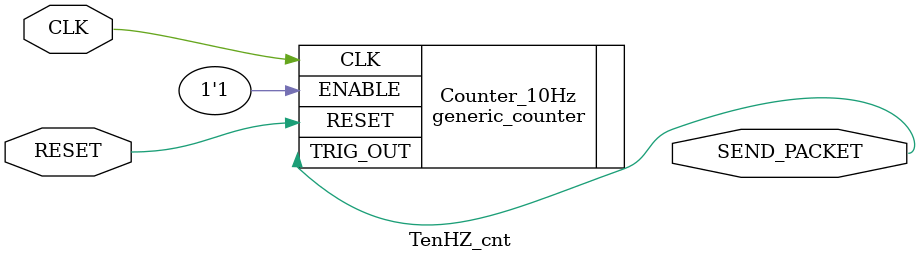
<source format=v>
`timescale 1ns / 1ps


module TenHZ_cnt(
    input CLK,
    input RESET,
    output SEND_PACKET
    );
    
   localparam [23:0] CLK_per_packet = 9999999; 
    
    // counter for generating SEND_PACKET signal with frequency of 10Hz
    generic_counter # (.COUNTER_WIDTH(24), // change
                     .COUNTER_MAX(CLK_per_packet)  // change
                     )
                     Counter_10Hz (
                     .CLK(CLK),
                     .RESET(RESET),
                     .ENABLE(1'b1),
                     .TRIG_OUT(SEND_PACKET)//,
                     //.COUNT(DecCount1)
                  );

endmodule

</source>
